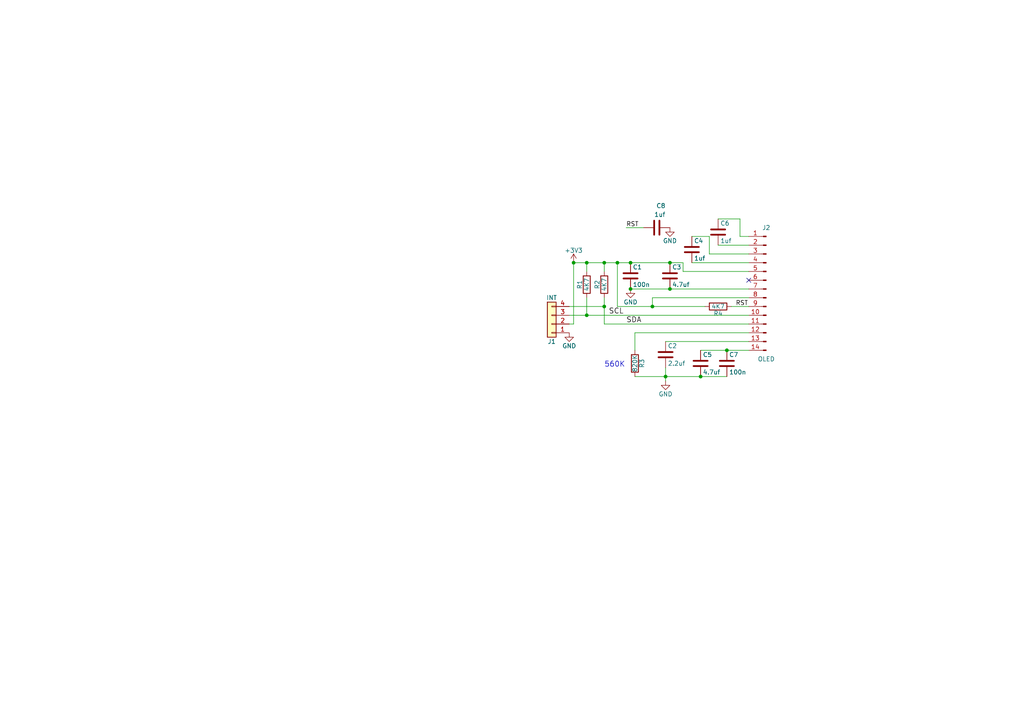
<source format=kicad_sch>
(kicad_sch (version 20230121) (generator eeschema)
  (paper "A4")
  (lib_symbols
    (symbol "OLED_Interface14pin-rescue:+3V3-power1" (power) (pin_names (offset 0))
      (property "Value" "+3V3-power1" (at 0 3.556 0))
      (symbol "+3V3-power1_0_1"
        (polyline (pts (xy -0.762 1.27) (xy 0 2.54)))
        (polyline (pts (xy 0 0) (xy 0 2.54)))
        (polyline (pts (xy 0 2.54) (xy 0.762 1.27)))
      )
      (symbol "+3V3-power1_1_1"
        (pin power_in line (at 0 0 90) (length 0) hide (name "+3V3") (number "1"))
      )
    )
    (symbol "OLED_Interface14pin-rescue:C-device" (pin_numbers hide) (pin_names (offset 0.254))
      (property "Reference" "C" (at 0.635 2.54 0))
      (property "Value" "device_C" (at 0.635 -2.54 0))
      (symbol "C-device_0_1"
        (polyline (pts (xy -2.032 -0.762) (xy 2.032 -0.762)) (stroke (width 0.508)))
        (polyline (pts (xy -2.032 0.762) (xy 2.032 0.762)) (stroke (width 0.508)))
      )
      (symbol "C-device_1_1"
        (pin passive line (at 0 3.81 270) (length 2.794) (name "~") (number "1"))
        (pin passive line (at 0 -3.81 90) (length 2.794) (name "~") (number "2"))
      )
    )
    (symbol "OLED_Interface14pin-rescue:Conn_01x04-conn" (pin_names (offset 1.016) hide)
      (property "Reference" "J" (at 0 5.08 0))
      (property "Value" "conn_Conn_01x04" (at 0 -7.62 0))
      (symbol "Conn_01x04-conn_1_1"
        (rectangle (start -1.27 -4.953) (end 0 -5.207) (stroke (width 0.1524)))
        (rectangle (start -1.27 -2.413) (end 0 -2.667) (stroke (width 0.1524)))
        (rectangle (start -1.27 0.127) (end 0 -0.127) (stroke (width 0.1524)))
        (rectangle (start -1.27 2.667) (end 0 2.413) (stroke (width 0.1524)))
        (rectangle (start -1.27 3.81) (end 1.27 -6.35) (stroke (width 0.254)) (fill (type background)))
        (pin passive line (at -5.08 2.54 0) (length 3.81) (name "Pin_1") (number "1"))
        (pin passive line (at -5.08 0 0) (length 3.81) (name "Pin_2") (number "2"))
        (pin passive line (at -5.08 -2.54 0) (length 3.81) (name "Pin_3") (number "3"))
        (pin passive line (at -5.08 -5.08 0) (length 3.81) (name "Pin_4") (number "4"))
      )
    )
    (symbol "OLED_Interface14pin-rescue:Conn_01x14_Male-conn" (pin_names (offset 1.016) hide)
      (property "Reference" "J" (at 0 17.78 0))
      (property "Value" "conn_Conn_01x14_Male" (at 0 -20.32 0))
      (symbol "Conn_01x14_Male-conn_1_1"
        (polyline (pts (xy 1.27 -17.78) (xy 0.8636 -17.78)) (stroke (width 0.1524)))
        (polyline (pts (xy 1.27 -15.24) (xy 0.8636 -15.24)) (stroke (width 0.1524)))
        (polyline (pts (xy 1.27 -12.7) (xy 0.8636 -12.7)) (stroke (width 0.1524)))
        (polyline (pts (xy 1.27 -10.16) (xy 0.8636 -10.16)) (stroke (width 0.1524)))
        (polyline (pts (xy 1.27 -7.62) (xy 0.8636 -7.62)) (stroke (width 0.1524)))
        (polyline (pts (xy 1.27 -5.08) (xy 0.8636 -5.08)) (stroke (width 0.1524)))
        (polyline (pts (xy 1.27 -2.54) (xy 0.8636 -2.54)) (stroke (width 0.1524)))
        (polyline (pts (xy 1.27 0) (xy 0.8636 0)) (stroke (width 0.1524)))
        (polyline (pts (xy 1.27 2.54) (xy 0.8636 2.54)) (stroke (width 0.1524)))
        (polyline (pts (xy 1.27 5.08) (xy 0.8636 5.08)) (stroke (width 0.1524)))
        (polyline (pts (xy 1.27 7.62) (xy 0.8636 7.62)) (stroke (width 0.1524)))
        (polyline (pts (xy 1.27 10.16) (xy 0.8636 10.16)) (stroke (width 0.1524)))
        (polyline (pts (xy 1.27 12.7) (xy 0.8636 12.7)) (stroke (width 0.1524)))
        (polyline (pts (xy 1.27 15.24) (xy 0.8636 15.24)) (stroke (width 0.1524)))
        (rectangle (start 0.8636 -17.653) (end 0 -17.907) (stroke (width 0.1524)) (fill (type outline)))
        (rectangle (start 0.8636 -15.113) (end 0 -15.367) (stroke (width 0.1524)) (fill (type outline)))
        (rectangle (start 0.8636 -12.573) (end 0 -12.827) (stroke (width 0.1524)) (fill (type outline)))
        (rectangle (start 0.8636 -10.033) (end 0 -10.287) (stroke (width 0.1524)) (fill (type outline)))
        (rectangle (start 0.8636 -7.493) (end 0 -7.747) (stroke (width 0.1524)) (fill (type outline)))
        (rectangle (start 0.8636 -4.953) (end 0 -5.207) (stroke (width 0.1524)) (fill (type outline)))
        (rectangle (start 0.8636 -2.413) (end 0 -2.667) (stroke (width 0.1524)) (fill (type outline)))
        (rectangle (start 0.8636 0.127) (end 0 -0.127) (stroke (width 0.1524)) (fill (type outline)))
        (rectangle (start 0.8636 2.667) (end 0 2.413) (stroke (width 0.1524)) (fill (type outline)))
        (rectangle (start 0.8636 5.207) (end 0 4.953) (stroke (width 0.1524)) (fill (type outline)))
        (rectangle (start 0.8636 7.747) (end 0 7.493) (stroke (width 0.1524)) (fill (type outline)))
        (rectangle (start 0.8636 10.287) (end 0 10.033) (stroke (width 0.1524)) (fill (type outline)))
        (rectangle (start 0.8636 12.827) (end 0 12.573) (stroke (width 0.1524)) (fill (type outline)))
        (rectangle (start 0.8636 15.367) (end 0 15.113) (stroke (width 0.1524)) (fill (type outline)))
        (pin passive line (at 5.08 15.24 180) (length 3.81) (name "Pin_1") (number "1"))
        (pin passive line (at 5.08 -7.62 180) (length 3.81) (name "Pin_10") (number "10"))
        (pin passive line (at 5.08 -10.16 180) (length 3.81) (name "Pin_11") (number "11"))
        (pin passive line (at 5.08 -12.7 180) (length 3.81) (name "Pin_12") (number "12"))
        (pin passive line (at 5.08 -15.24 180) (length 3.81) (name "Pin_13") (number "13"))
        (pin passive line (at 5.08 -17.78 180) (length 3.81) (name "Pin_14") (number "14"))
        (pin passive line (at 5.08 12.7 180) (length 3.81) (name "Pin_2") (number "2"))
        (pin passive line (at 5.08 10.16 180) (length 3.81) (name "Pin_3") (number "3"))
        (pin passive line (at 5.08 7.62 180) (length 3.81) (name "Pin_4") (number "4"))
        (pin passive line (at 5.08 5.08 180) (length 3.81) (name "Pin_5") (number "5"))
        (pin passive line (at 5.08 2.54 180) (length 3.81) (name "Pin_6") (number "6"))
        (pin passive line (at 5.08 0 180) (length 3.81) (name "Pin_7") (number "7"))
        (pin passive line (at 5.08 -2.54 180) (length 3.81) (name "Pin_8") (number "8"))
        (pin passive line (at 5.08 -5.08 180) (length 3.81) (name "Pin_9") (number "9"))
      )
    )
    (symbol "OLED_Interface14pin-rescue:GND-power1" (power) (pin_names (offset 0))
      (property "Value" "GND-power1" (at 0 -3.81 0))
      (symbol "GND-power1_0_1"
        (polyline (pts (xy 0 0) (xy 0 -1.27) (xy 1.27 -1.27) (xy 0 -2.54) (xy -1.27 -1.27) (xy 0 -1.27)))
      )
      (symbol "GND-power1_1_1"
        (pin power_in line (at 0 0 270) (length 0) hide (name "GND") (number "1"))
      )
    )
    (symbol "OLED_Interface14pin-rescue:R-device" (pin_numbers hide) (pin_names (offset 0))
      (property "Reference" "R" (at 2.032 0 90))
      (property "Value" "device_R" (at 0 0 90))
      (symbol "R-device_0_1"
        (rectangle (start -1.016 -2.54) (end 1.016 2.54) (stroke (width 0.254)))
      )
      (symbol "R-device_1_1"
        (pin passive line (at 0 3.81 270) (length 1.27) (name "~") (number "1"))
        (pin passive line (at 0 -3.81 90) (length 1.27) (name "~") (number "2"))
      )
    )
  )
  (junction (at 194.31 76.2))
  (junction (at 166.37 76.2))
  (junction (at 193.04 109.22))
  (junction (at 175.26 76.2))
  (junction (at 175.26 88.9))
  (junction (at 210.82 101.6))
  (junction (at 182.88 76.2))
  (junction (at 203.2 109.22))
  (junction (at 170.18 91.44))
  (junction (at 182.88 83.82))
  (junction (at 194.31 83.82))
  (junction (at 179.07 76.2))
  (junction (at 170.18 76.2))
  (junction (at 189.23 88.9))
  (no_connect (at 217.17 81.28))
  (wire (pts (xy 217.17 88.9) (xy 212.09 88.9)))
  (wire (pts (xy 193.04 109.22) (xy 193.04 110.49)))
  (wire (pts (xy 175.26 86.36) (xy 175.26 88.9)))
  (wire (pts (xy 165.1 93.98) (xy 166.37 93.98)))
  (wire (pts (xy 193.04 106.68) (xy 193.04 109.22)))
  (wire (pts (xy 179.07 76.2) (xy 179.07 88.9)))
  (wire (pts (xy 205.74 73.66) (xy 205.74 68.58)))
  (wire (pts (xy 170.18 91.44) (xy 217.17 91.44)))
  (wire (pts (xy 210.82 101.6) (xy 203.2 101.6)))
  (wire (pts (xy 166.37 93.98) (xy 166.37 76.2)))
  (wire (pts (xy 217.17 96.52) (xy 184.15 96.52)))
  (wire (pts (xy 182.88 76.2) (xy 179.07 76.2)))
  (wire (pts (xy 203.2 109.22) (xy 210.82 109.22)))
  (wire (pts (xy 194.31 83.82) (xy 217.17 83.82)))
  (wire (pts (xy 175.26 76.2) (xy 170.18 76.2)))
  (wire (pts (xy 175.26 93.98) (xy 217.17 93.98)))
  (wire (pts (xy 214.63 63.5) (xy 208.28 63.5)))
  (wire (pts (xy 198.12 76.2) (xy 194.31 76.2)))
  (wire (pts (xy 184.15 109.22) (xy 193.04 109.22)))
  (wire (pts (xy 165.1 91.44) (xy 170.18 91.44)))
  (wire (pts (xy 217.17 73.66) (xy 205.74 73.66)))
  (wire (pts (xy 179.07 76.2) (xy 175.26 76.2)))
  (wire (pts (xy 193.04 109.22) (xy 203.2 109.22)))
  (wire (pts (xy 179.07 88.9) (xy 189.23 88.9)))
  (wire (pts (xy 175.26 88.9) (xy 175.26 93.98)))
  (wire (pts (xy 189.23 86.36) (xy 189.23 88.9)))
  (wire (pts (xy 175.26 78.74) (xy 175.26 76.2)))
  (wire (pts (xy 217.17 71.12) (xy 208.28 71.12)))
  (wire (pts (xy 182.88 83.82) (xy 194.31 83.82)))
  (wire (pts (xy 184.15 96.52) (xy 184.15 101.6)))
  (wire (pts (xy 175.26 88.9) (xy 165.1 88.9)))
  (wire (pts (xy 205.74 68.58) (xy 200.66 68.58)))
  (wire (pts (xy 198.12 78.74) (xy 198.12 76.2)))
  (wire (pts (xy 170.18 76.2) (xy 166.37 76.2)))
  (wire (pts (xy 200.66 76.2) (xy 217.17 76.2)))
  (wire (pts (xy 170.18 86.36) (xy 170.18 91.44)))
  (wire (pts (xy 217.17 68.58) (xy 214.63 68.58)))
  (wire (pts (xy 194.31 76.2) (xy 182.88 76.2)))
  (wire (pts (xy 214.63 68.58) (xy 214.63 63.5)))
  (wire (pts (xy 217.17 78.74) (xy 198.12 78.74)))
  (wire (pts (xy 217.17 101.6) (xy 210.82 101.6)))
  (wire (pts (xy 217.17 86.36) (xy 189.23 86.36)))
  (wire (pts (xy 217.17 99.06) (xy 193.04 99.06)))
  (wire (pts (xy 189.23 88.9) (xy 204.47 88.9)))
  (wire (pts (xy 170.18 76.2) (xy 170.18 78.74)))
  (wire (pts (xy 186.69 66.04) (xy 181.61 66.04)))
  (text "560K\n" (at 175.26 106.68 0) (effects (font (size 1.524 1.524)) (justify left bottom)))
  (label "SDA" (at 181.61 93.98 0) (effects (font (size 1.524 1.524))))
  (label "SCL" (at 176.53 91.44 0) (effects (font (size 1.524 1.524))))
  (label "RST" (at 181.61 66.04 0))
  (label "RST" (at 213.36 88.9 0))
  (symbol (lib_id "OLED_Interface14pin-rescue:Conn_01x14_Male-conn") (at 222.25 83.82 0) (mirror y) (unit 1)
    (property "Reference" "J2" (at 222.25 66.04 0))
    (property "Value" "OLED" (at 222.25 104.14 0))
    (property "Footprint" "KiCad_custom:OLED_14pin" (effects hide))
  )
  (symbol (lib_id "OLED_Interface14pin-rescue:C-device") (at 208.28 67.31 0) (unit 1)
    (property "Reference" "C6" (at 208.915 64.77 0) (effects (justify left)))
    (property "Value" "1uf" (at 208.915 69.85 0) (effects (justify left)))
    (property "Footprint" "Capacitors_SMD:C_0402_NoSilk" (effects hide))
  )
  (symbol (lib_id "OLED_Interface14pin-rescue:C-device") (at 200.66 72.39 0) (unit 1)
    (property "Reference" "C4" (at 201.295 69.85 0) (effects (justify left)))
    (property "Value" "1uf" (at 201.295 74.93 0) (effects (justify left)))
    (property "Footprint" "Capacitors_SMD:C_0402_NoSilk" (effects hide))
  )
  (symbol (lib_id "OLED_Interface14pin-rescue:C-device") (at 194.31 80.01 0) (unit 1)
    (property "Reference" "C3" (at 194.945 77.47 0) (effects (justify left)))
    (property "Value" "4.7uf" (at 194.945 82.55 0) (effects (justify left)))
    (property "Footprint" "Capacitors_SMD:C_0402_NoSilk" (effects hide))
  )
  (symbol (lib_id "OLED_Interface14pin-rescue:C-device") (at 182.88 80.01 0) (unit 1)
    (property "Reference" "C1" (at 183.515 77.47 0) (effects (justify left)))
    (property "Value" "100n" (at 183.515 82.55 0) (effects (justify left)))
    (property "Footprint" "Capacitors_SMD:C_0402_NoSilk" (effects hide))
  )
  (symbol (lib_id "OLED_Interface14pin-rescue:+3V3-power1") (at 166.37 76.2 0) (unit 1)
    (property "Reference" "#PWR02" (effects hide))
    (property "Value" "+3V3" (at 166.37 72.644 0))
  )
  (symbol (lib_id "OLED_Interface14pin-rescue:C-device") (at 193.04 102.87 0) (unit 1)
    (property "Reference" "C2" (at 193.675 100.33 0) (effects (justify left)))
    (property "Value" "2.2uf" (at 193.675 105.41 0) (effects (justify left)))
    (property "Footprint" "Capacitors_SMD:C_0402_NoSilk" (effects hide))
  )
  (symbol (lib_id "OLED_Interface14pin-rescue:C-device") (at 203.2 105.41 0) (unit 1)
    (property "Reference" "C5" (at 203.835 102.87 0) (effects (justify left)))
    (property "Value" "4.7uf" (at 203.835 107.95 0) (effects (justify left)))
    (property "Footprint" "Capacitors_SMD:C_0402_NoSilk" (effects hide))
  )
  (symbol (lib_id "OLED_Interface14pin-rescue:R-device") (at 184.15 105.41 0) (unit 1)
    (property "Reference" "R3" (at 186.182 105.41 90))
    (property "Value" "820K" (at 184.15 105.41 90))
    (property "Footprint" "Resistors_SMD:R_0402_NoSilk" (effects hide))
  )
  (symbol (lib_id "OLED_Interface14pin-rescue:GND-power1") (at 193.04 110.49 0) (unit 1)
    (property "Reference" "#PWR04" (effects hide))
    (property "Value" "GND" (at 193.04 114.3 0))
  )
  (symbol (lib_id "OLED_Interface14pin-rescue:GND-power1") (at 182.88 83.82 0) (unit 1)
    (property "Reference" "#PWR03" (effects hide))
    (property "Value" "GND" (at 182.88 87.63 0))
  )
  (symbol (lib_id "OLED_Interface14pin-rescue:C-device") (at 210.82 105.41 0) (unit 1)
    (property "Reference" "C7" (at 211.455 102.87 0) (effects (justify left)))
    (property "Value" "100n" (at 211.455 107.95 0) (effects (justify left)))
    (property "Footprint" "Capacitors_SMD:C_0402_NoSilk" (effects hide))
  )
  (symbol (lib_id "OLED_Interface14pin-rescue:R-device") (at 208.28 88.9 270) (unit 1)
    (property "Reference" "R4" (at 208.28 90.932 90))
    (property "Value" "4K7" (at 208.28 88.9 90))
    (property "Footprint" "Resistors_SMD:R_0402_NoSilk" (effects hide))
  )
  (symbol (lib_id "OLED_Interface14pin-rescue:Conn_01x04-conn") (at 160.02 93.98 180) (unit 1)
    (property "Reference" "J1" (at 160.02 99.06 0))
    (property "Value" "INT" (at 160.02 86.36 0))
    (property "Footprint" "Wire_Pads:SolderWirePad_4xInline_1-5mmDrill" (effects hide))
  )
  (symbol (lib_id "OLED_Interface14pin-rescue:R-device") (at 170.18 82.55 180) (unit 1)
    (property "Reference" "R1" (at 168.148 82.55 90))
    (property "Value" "4K7" (at 170.18 82.55 90))
    (property "Footprint" "Resistors_SMD:R_0402_NoSilk" (effects hide))
  )
  (symbol (lib_id "OLED_Interface14pin-rescue:R-device") (at 175.26 82.55 180) (unit 1)
    (property "Reference" "R2" (at 173.228 82.55 90))
    (property "Value" "4K7" (at 175.26 82.55 90))
    (property "Footprint" "Resistors_SMD:R_0402_NoSilk" (effects hide))
  )
  (symbol (lib_id "OLED_Interface14pin-rescue:GND-power1") (at 165.1 96.52 0) (unit 1)
    (property "Reference" "#PWR01" (effects hide))
    (property "Value" "GND" (at 165.1 100.33 0))
  )
  (symbol (lib_id "OLED_Interface14pin-rescue:C-device") (at 190.5 66.04 90) (unit 1)
    (property "Reference" "C8" (at 193.04 59.69 90) (effects (justify left)))
    (property "Value" "1uf" (at 193.04 62.23 90) (effects (justify left)))
    (property "Footprint" "Capacitors_SMD:C_0402_NoSilk" (effects hide))
  )
  (symbol (lib_id "OLED_Interface14pin-rescue:GND-power1") (at 194.31 66.04 0) (unit 1)
    (property "Reference" "#PWR0101" (effects hide))
    (property "Value" "GND" (at 194.31 69.85 0))
  )
)
</source>
